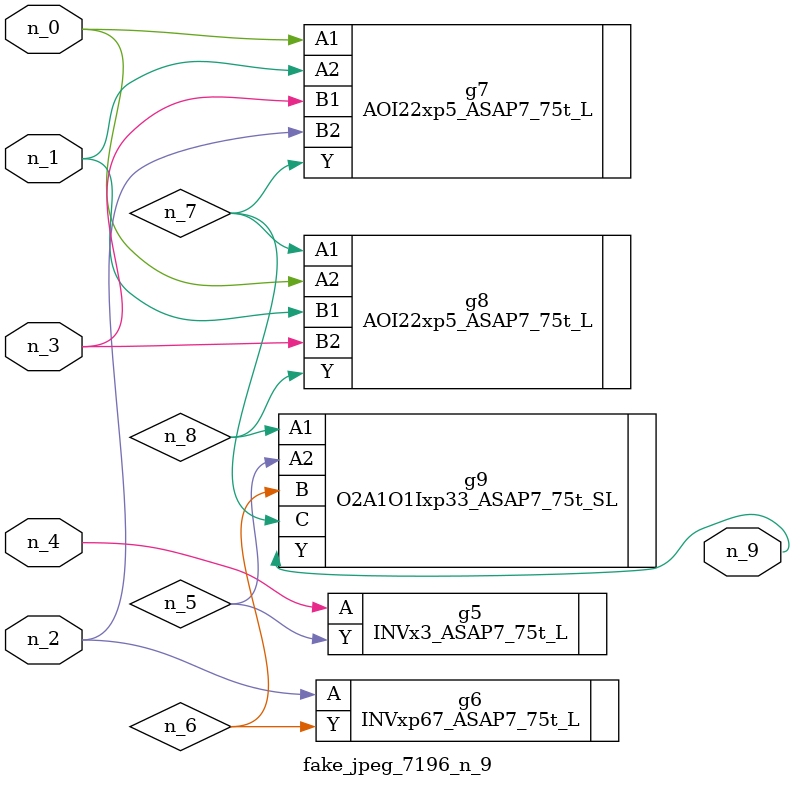
<source format=v>
module fake_jpeg_7196_n_9 (n_3, n_2, n_1, n_0, n_4, n_9);

input n_3;
input n_2;
input n_1;
input n_0;
input n_4;

output n_9;

wire n_8;
wire n_6;
wire n_5;
wire n_7;

INVx3_ASAP7_75t_L g5 ( 
.A(n_4),
.Y(n_5)
);

INVxp67_ASAP7_75t_L g6 ( 
.A(n_2),
.Y(n_6)
);

AOI22xp5_ASAP7_75t_L g7 ( 
.A1(n_0),
.A2(n_1),
.B1(n_3),
.B2(n_2),
.Y(n_7)
);

AOI22xp5_ASAP7_75t_L g8 ( 
.A1(n_7),
.A2(n_0),
.B1(n_1),
.B2(n_3),
.Y(n_8)
);

O2A1O1Ixp33_ASAP7_75t_SL g9 ( 
.A1(n_8),
.A2(n_5),
.B(n_6),
.C(n_7),
.Y(n_9)
);


endmodule
</source>
